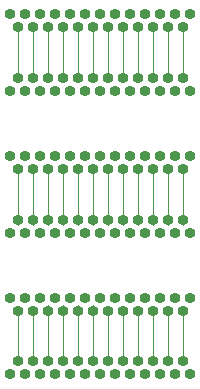
<source format=gbr>
%TF.GenerationSoftware,KiCad,Pcbnew,(5.1.9)-1*%
%TF.CreationDate,2021-07-07T13:02:54-06:00*%
%TF.ProjectId,Sub-D Micro-D 25 Pin Vacuum FeedThru,5375622d-4420-44d6-9963-726f2d442032,rev?*%
%TF.SameCoordinates,Original*%
%TF.FileFunction,Copper,L2,Bot*%
%TF.FilePolarity,Positive*%
%FSLAX46Y46*%
G04 Gerber Fmt 4.6, Leading zero omitted, Abs format (unit mm)*
G04 Created by KiCad (PCBNEW (5.1.9)-1) date 2021-07-07 13:02:54*
%MOMM*%
%LPD*%
G01*
G04 APERTURE LIST*
%TA.AperFunction,ComponentPad*%
%ADD10O,0.920000X0.920000*%
%TD*%
%TA.AperFunction,Conductor*%
%ADD11C,0.090000*%
%TD*%
G04 APERTURE END LIST*
D10*
%TO.P,J6,13*%
%TO.N,Net-(J5-Pad13)*%
X7620000Y-15000000D03*
%TO.P,J6,25*%
%TO.N,Net-(J5-Pad25)*%
X6985000Y-13900000D03*
%TO.P,J6,12*%
%TO.N,Net-(J5-Pad12)*%
X6350000Y-15000000D03*
%TO.P,J6,24*%
%TO.N,Net-(J5-Pad24)*%
X5715000Y-13900000D03*
%TO.P,J6,11*%
%TO.N,Net-(J5-Pad11)*%
X5080000Y-15000000D03*
%TO.P,J6,23*%
%TO.N,Net-(J5-Pad23)*%
X4445000Y-13900000D03*
%TO.P,J6,10*%
%TO.N,Net-(J5-Pad10)*%
X3810000Y-15000000D03*
%TO.P,J6,22*%
%TO.N,Net-(J5-Pad22)*%
X3175000Y-13900000D03*
%TO.P,J6,9*%
%TO.N,Net-(J5-Pad9)*%
X2540000Y-15000000D03*
%TO.P,J6,21*%
%TO.N,Net-(J5-Pad21)*%
X1905000Y-13900000D03*
%TO.P,J6,8*%
%TO.N,Net-(J5-Pad8)*%
X1270000Y-15000000D03*
%TO.P,J6,20*%
%TO.N,Net-(J5-Pad20)*%
X635000Y-13900000D03*
%TO.P,J6,7*%
%TO.N,Net-(J5-Pad7)*%
X0Y-15000000D03*
%TO.P,J6,19*%
%TO.N,Net-(J5-Pad19)*%
X-635000Y-13900000D03*
%TO.P,J6,6*%
%TO.N,Net-(J5-Pad6)*%
X-1270000Y-15000000D03*
%TO.P,J6,18*%
%TO.N,Net-(J5-Pad18)*%
X-1905000Y-13900000D03*
%TO.P,J6,5*%
%TO.N,Net-(J5-Pad5)*%
X-2540000Y-15000000D03*
%TO.P,J6,17*%
%TO.N,Net-(J5-Pad17)*%
X-3175000Y-13900000D03*
%TO.P,J6,4*%
%TO.N,Net-(J5-Pad4)*%
X-3810000Y-15000000D03*
%TO.P,J6,16*%
%TO.N,Net-(J5-Pad16)*%
X-4445000Y-13900000D03*
%TO.P,J6,3*%
%TO.N,Net-(J5-Pad3)*%
X-5080000Y-15000000D03*
%TO.P,J6,15*%
%TO.N,Net-(J5-Pad15)*%
X-5715000Y-13900000D03*
%TO.P,J6,2*%
%TO.N,Net-(J5-Pad2)*%
X-6350000Y-15000000D03*
%TO.P,J6,14*%
%TO.N,Net-(J5-Pad14)*%
X-6985000Y-13900000D03*
%TO.P,J6,1*%
%TO.N,Net-(J5-Pad1)*%
X-7620000Y-15000000D03*
%TD*%
%TO.P,J5,13*%
%TO.N,Net-(J5-Pad13)*%
X7620000Y-8500000D03*
%TO.P,J5,25*%
%TO.N,Net-(J5-Pad25)*%
X6985000Y-9600000D03*
%TO.P,J5,12*%
%TO.N,Net-(J5-Pad12)*%
X6350000Y-8500000D03*
%TO.P,J5,24*%
%TO.N,Net-(J5-Pad24)*%
X5715000Y-9600000D03*
%TO.P,J5,11*%
%TO.N,Net-(J5-Pad11)*%
X5080000Y-8500000D03*
%TO.P,J5,23*%
%TO.N,Net-(J5-Pad23)*%
X4445000Y-9600000D03*
%TO.P,J5,10*%
%TO.N,Net-(J5-Pad10)*%
X3810000Y-8500000D03*
%TO.P,J5,22*%
%TO.N,Net-(J5-Pad22)*%
X3175000Y-9600000D03*
%TO.P,J5,9*%
%TO.N,Net-(J5-Pad9)*%
X2540000Y-8500000D03*
%TO.P,J5,21*%
%TO.N,Net-(J5-Pad21)*%
X1905000Y-9600000D03*
%TO.P,J5,8*%
%TO.N,Net-(J5-Pad8)*%
X1270000Y-8500000D03*
%TO.P,J5,20*%
%TO.N,Net-(J5-Pad20)*%
X635000Y-9600000D03*
%TO.P,J5,7*%
%TO.N,Net-(J5-Pad7)*%
X0Y-8500000D03*
%TO.P,J5,19*%
%TO.N,Net-(J5-Pad19)*%
X-635000Y-9600000D03*
%TO.P,J5,6*%
%TO.N,Net-(J5-Pad6)*%
X-1270000Y-8500000D03*
%TO.P,J5,18*%
%TO.N,Net-(J5-Pad18)*%
X-1905000Y-9600000D03*
%TO.P,J5,5*%
%TO.N,Net-(J5-Pad5)*%
X-2540000Y-8500000D03*
%TO.P,J5,17*%
%TO.N,Net-(J5-Pad17)*%
X-3175000Y-9600000D03*
%TO.P,J5,4*%
%TO.N,Net-(J5-Pad4)*%
X-3810000Y-8500000D03*
%TO.P,J5,16*%
%TO.N,Net-(J5-Pad16)*%
X-4445000Y-9600000D03*
%TO.P,J5,3*%
%TO.N,Net-(J5-Pad3)*%
X-5080000Y-8500000D03*
%TO.P,J5,15*%
%TO.N,Net-(J5-Pad15)*%
X-5715000Y-9600000D03*
%TO.P,J5,2*%
%TO.N,Net-(J5-Pad2)*%
X-6350000Y-8500000D03*
%TO.P,J5,14*%
%TO.N,Net-(J5-Pad14)*%
X-6985000Y-9600000D03*
%TO.P,J5,1*%
%TO.N,Net-(J5-Pad1)*%
X-7620000Y-8500000D03*
%TD*%
%TO.P,J4,13*%
%TO.N,Net-(J3-Pad13)*%
X7620000Y-3000000D03*
%TO.P,J4,25*%
%TO.N,Net-(J3-Pad25)*%
X6985000Y-1900000D03*
%TO.P,J4,12*%
%TO.N,Net-(J3-Pad12)*%
X6350000Y-3000000D03*
%TO.P,J4,24*%
%TO.N,Net-(J3-Pad24)*%
X5715000Y-1900000D03*
%TO.P,J4,11*%
%TO.N,Net-(J3-Pad11)*%
X5080000Y-3000000D03*
%TO.P,J4,23*%
%TO.N,Net-(J3-Pad23)*%
X4445000Y-1900000D03*
%TO.P,J4,10*%
%TO.N,Net-(J3-Pad10)*%
X3810000Y-3000000D03*
%TO.P,J4,22*%
%TO.N,Net-(J3-Pad22)*%
X3175000Y-1900000D03*
%TO.P,J4,9*%
%TO.N,Net-(J3-Pad9)*%
X2540000Y-3000000D03*
%TO.P,J4,21*%
%TO.N,Net-(J3-Pad21)*%
X1905000Y-1900000D03*
%TO.P,J4,8*%
%TO.N,Net-(J3-Pad8)*%
X1270000Y-3000000D03*
%TO.P,J4,20*%
%TO.N,Net-(J3-Pad20)*%
X635000Y-1900000D03*
%TO.P,J4,7*%
%TO.N,Net-(J3-Pad7)*%
X0Y-3000000D03*
%TO.P,J4,19*%
%TO.N,Net-(J3-Pad19)*%
X-635000Y-1900000D03*
%TO.P,J4,6*%
%TO.N,Net-(J3-Pad6)*%
X-1270000Y-3000000D03*
%TO.P,J4,18*%
%TO.N,Net-(J3-Pad18)*%
X-1905000Y-1900000D03*
%TO.P,J4,5*%
%TO.N,Net-(J3-Pad5)*%
X-2540000Y-3000000D03*
%TO.P,J4,17*%
%TO.N,Net-(J3-Pad17)*%
X-3175000Y-1900000D03*
%TO.P,J4,4*%
%TO.N,Net-(J3-Pad4)*%
X-3810000Y-3000000D03*
%TO.P,J4,16*%
%TO.N,Net-(J3-Pad16)*%
X-4445000Y-1900000D03*
%TO.P,J4,3*%
%TO.N,Net-(J3-Pad3)*%
X-5080000Y-3000000D03*
%TO.P,J4,15*%
%TO.N,Net-(J3-Pad15)*%
X-5715000Y-1900000D03*
%TO.P,J4,2*%
%TO.N,Net-(J3-Pad2)*%
X-6350000Y-3000000D03*
%TO.P,J4,14*%
%TO.N,Net-(J3-Pad14)*%
X-6985000Y-1900000D03*
%TO.P,J4,1*%
%TO.N,Net-(J3-Pad1)*%
X-7620000Y-3000000D03*
%TD*%
%TO.P,J3,13*%
%TO.N,Net-(J3-Pad13)*%
X7620000Y3500000D03*
%TO.P,J3,25*%
%TO.N,Net-(J3-Pad25)*%
X6985000Y2400000D03*
%TO.P,J3,12*%
%TO.N,Net-(J3-Pad12)*%
X6350000Y3500000D03*
%TO.P,J3,24*%
%TO.N,Net-(J3-Pad24)*%
X5715000Y2400000D03*
%TO.P,J3,11*%
%TO.N,Net-(J3-Pad11)*%
X5080000Y3500000D03*
%TO.P,J3,23*%
%TO.N,Net-(J3-Pad23)*%
X4445000Y2400000D03*
%TO.P,J3,10*%
%TO.N,Net-(J3-Pad10)*%
X3810000Y3500000D03*
%TO.P,J3,22*%
%TO.N,Net-(J3-Pad22)*%
X3175000Y2400000D03*
%TO.P,J3,9*%
%TO.N,Net-(J3-Pad9)*%
X2540000Y3500000D03*
%TO.P,J3,21*%
%TO.N,Net-(J3-Pad21)*%
X1905000Y2400000D03*
%TO.P,J3,8*%
%TO.N,Net-(J3-Pad8)*%
X1270000Y3500000D03*
%TO.P,J3,20*%
%TO.N,Net-(J3-Pad20)*%
X635000Y2400000D03*
%TO.P,J3,7*%
%TO.N,Net-(J3-Pad7)*%
X0Y3500000D03*
%TO.P,J3,19*%
%TO.N,Net-(J3-Pad19)*%
X-635000Y2400000D03*
%TO.P,J3,6*%
%TO.N,Net-(J3-Pad6)*%
X-1270000Y3500000D03*
%TO.P,J3,18*%
%TO.N,Net-(J3-Pad18)*%
X-1905000Y2400000D03*
%TO.P,J3,5*%
%TO.N,Net-(J3-Pad5)*%
X-2540000Y3500000D03*
%TO.P,J3,17*%
%TO.N,Net-(J3-Pad17)*%
X-3175000Y2400000D03*
%TO.P,J3,4*%
%TO.N,Net-(J3-Pad4)*%
X-3810000Y3500000D03*
%TO.P,J3,16*%
%TO.N,Net-(J3-Pad16)*%
X-4445000Y2400000D03*
%TO.P,J3,3*%
%TO.N,Net-(J3-Pad3)*%
X-5080000Y3500000D03*
%TO.P,J3,15*%
%TO.N,Net-(J3-Pad15)*%
X-5715000Y2400000D03*
%TO.P,J3,2*%
%TO.N,Net-(J3-Pad2)*%
X-6350000Y3500000D03*
%TO.P,J3,14*%
%TO.N,Net-(J3-Pad14)*%
X-6985000Y2400000D03*
%TO.P,J3,1*%
%TO.N,Net-(J3-Pad1)*%
X-7620000Y3500000D03*
%TD*%
%TO.P,J2,13*%
%TO.N,Net-(J1-Pad13)*%
X7620000Y9000000D03*
%TO.P,J2,25*%
%TO.N,Net-(J1-Pad25)*%
X6985000Y10100000D03*
%TO.P,J2,12*%
%TO.N,Net-(J1-Pad12)*%
X6350000Y9000000D03*
%TO.P,J2,24*%
%TO.N,Net-(J1-Pad24)*%
X5715000Y10100000D03*
%TO.P,J2,11*%
%TO.N,Net-(J1-Pad11)*%
X5080000Y9000000D03*
%TO.P,J2,23*%
%TO.N,Net-(J1-Pad23)*%
X4445000Y10100000D03*
%TO.P,J2,10*%
%TO.N,Net-(J1-Pad10)*%
X3810000Y9000000D03*
%TO.P,J2,22*%
%TO.N,Net-(J1-Pad22)*%
X3175000Y10100000D03*
%TO.P,J2,9*%
%TO.N,Net-(J1-Pad9)*%
X2540000Y9000000D03*
%TO.P,J2,21*%
%TO.N,Net-(J1-Pad21)*%
X1905000Y10100000D03*
%TO.P,J2,8*%
%TO.N,Net-(J1-Pad8)*%
X1270000Y9000000D03*
%TO.P,J2,20*%
%TO.N,Net-(J1-Pad20)*%
X635000Y10100000D03*
%TO.P,J2,7*%
%TO.N,Net-(J1-Pad7)*%
X0Y9000000D03*
%TO.P,J2,19*%
%TO.N,Net-(J1-Pad19)*%
X-635000Y10100000D03*
%TO.P,J2,6*%
%TO.N,Net-(J1-Pad6)*%
X-1270000Y9000000D03*
%TO.P,J2,18*%
%TO.N,Net-(J1-Pad18)*%
X-1905000Y10100000D03*
%TO.P,J2,5*%
%TO.N,Net-(J1-Pad5)*%
X-2540000Y9000000D03*
%TO.P,J2,17*%
%TO.N,Net-(J1-Pad17)*%
X-3175000Y10100000D03*
%TO.P,J2,4*%
%TO.N,Net-(J1-Pad4)*%
X-3810000Y9000000D03*
%TO.P,J2,16*%
%TO.N,Net-(J1-Pad16)*%
X-4445000Y10100000D03*
%TO.P,J2,3*%
%TO.N,Net-(J1-Pad3)*%
X-5080000Y9000000D03*
%TO.P,J2,15*%
%TO.N,Net-(J1-Pad15)*%
X-5715000Y10100000D03*
%TO.P,J2,2*%
%TO.N,Net-(J1-Pad2)*%
X-6350000Y9000000D03*
%TO.P,J2,14*%
%TO.N,Net-(J1-Pad14)*%
X-6985000Y10100000D03*
%TO.P,J2,1*%
%TO.N,Net-(J1-Pad1)*%
X-7620000Y9000000D03*
%TD*%
%TO.P,J1,13*%
%TO.N,Net-(J1-Pad13)*%
X7620000Y15500000D03*
%TO.P,J1,25*%
%TO.N,Net-(J1-Pad25)*%
X6985000Y14400000D03*
%TO.P,J1,12*%
%TO.N,Net-(J1-Pad12)*%
X6350000Y15500000D03*
%TO.P,J1,24*%
%TO.N,Net-(J1-Pad24)*%
X5715000Y14400000D03*
%TO.P,J1,11*%
%TO.N,Net-(J1-Pad11)*%
X5080000Y15500000D03*
%TO.P,J1,23*%
%TO.N,Net-(J1-Pad23)*%
X4445000Y14400000D03*
%TO.P,J1,10*%
%TO.N,Net-(J1-Pad10)*%
X3810000Y15500000D03*
%TO.P,J1,22*%
%TO.N,Net-(J1-Pad22)*%
X3175000Y14400000D03*
%TO.P,J1,9*%
%TO.N,Net-(J1-Pad9)*%
X2540000Y15500000D03*
%TO.P,J1,21*%
%TO.N,Net-(J1-Pad21)*%
X1905000Y14400000D03*
%TO.P,J1,8*%
%TO.N,Net-(J1-Pad8)*%
X1270000Y15500000D03*
%TO.P,J1,20*%
%TO.N,Net-(J1-Pad20)*%
X635000Y14400000D03*
%TO.P,J1,7*%
%TO.N,Net-(J1-Pad7)*%
X0Y15500000D03*
%TO.P,J1,19*%
%TO.N,Net-(J1-Pad19)*%
X-635000Y14400000D03*
%TO.P,J1,6*%
%TO.N,Net-(J1-Pad6)*%
X-1270000Y15500000D03*
%TO.P,J1,18*%
%TO.N,Net-(J1-Pad18)*%
X-1905000Y14400000D03*
%TO.P,J1,5*%
%TO.N,Net-(J1-Pad5)*%
X-2540000Y15500000D03*
%TO.P,J1,17*%
%TO.N,Net-(J1-Pad17)*%
X-3175000Y14400000D03*
%TO.P,J1,4*%
%TO.N,Net-(J1-Pad4)*%
X-3810000Y15500000D03*
%TO.P,J1,16*%
%TO.N,Net-(J1-Pad16)*%
X-4445000Y14400000D03*
%TO.P,J1,3*%
%TO.N,Net-(J1-Pad3)*%
X-5080000Y15500000D03*
%TO.P,J1,15*%
%TO.N,Net-(J1-Pad15)*%
X-5715000Y14400000D03*
%TO.P,J1,2*%
%TO.N,Net-(J1-Pad2)*%
X-6350000Y15500000D03*
%TO.P,J1,14*%
%TO.N,Net-(J1-Pad14)*%
X-6985000Y14400000D03*
%TO.P,J1,1*%
%TO.N,Net-(J1-Pad1)*%
X-7620000Y15500000D03*
%TD*%
D11*
%TO.N,Net-(J1-Pad25)*%
X6990000Y14400000D02*
X6990000Y13120000D01*
X6990000Y13620000D02*
X6990000Y10100000D01*
X6990000Y14000000D02*
X6990000Y13620000D01*
%TO.N,Net-(J1-Pad24)*%
X5720000Y14400000D02*
X5720000Y12750000D01*
X5720000Y13250000D02*
X5720000Y10100000D01*
X5720000Y14000000D02*
X5720000Y13250000D01*
%TO.N,Net-(J1-Pad23)*%
X4450000Y14400000D02*
X4450000Y12770000D01*
X4450000Y13270000D02*
X4450000Y10100000D01*
X4450000Y14000000D02*
X4450000Y13270000D01*
%TO.N,Net-(J1-Pad22)*%
X3180000Y14400000D02*
X3180000Y12730000D01*
X3180000Y13230000D02*
X3180000Y10100000D01*
X3180000Y14000000D02*
X3180000Y13230000D01*
%TO.N,Net-(J1-Pad21)*%
X1910000Y14400000D02*
X1910000Y12750000D01*
X1910000Y13250000D02*
X1910000Y10100000D01*
X1910000Y14000000D02*
X1910000Y13250000D01*
%TO.N,Net-(J1-Pad20)*%
X640000Y14400000D02*
X640000Y12740000D01*
X640000Y13240000D02*
X640000Y10100000D01*
X640000Y14000000D02*
X640000Y13240000D01*
%TO.N,Net-(J1-Pad19)*%
X-630000Y14400000D02*
X-630000Y12800000D01*
X-630000Y13300000D02*
X-630000Y10100000D01*
X-630000Y14000000D02*
X-630000Y13300000D01*
%TO.N,Net-(J1-Pad18)*%
X-1900000Y14400000D02*
X-1900000Y12840000D01*
X-1900000Y13340000D02*
X-1900000Y10100000D01*
X-1900000Y14000000D02*
X-1900000Y13340000D01*
%TO.N,Net-(J1-Pad17)*%
X-3170000Y14400000D02*
X-3170000Y12800000D01*
X-3170000Y13300000D02*
X-3170000Y10100000D01*
X-3170000Y14000000D02*
X-3170000Y13300000D01*
%TO.N,Net-(J1-Pad16)*%
X-4440000Y14400000D02*
X-4440000Y12680000D01*
X-4440000Y13180000D02*
X-4440000Y10100000D01*
X-4440000Y14000000D02*
X-4440000Y13180000D01*
%TO.N,Net-(J1-Pad15)*%
X-5710000Y14400000D02*
X-5710000Y12350000D01*
X-5710000Y12850000D02*
X-5710000Y10100000D01*
X-5710000Y14000000D02*
X-5710000Y12850000D01*
%TO.N,Net-(J1-Pad14)*%
X-6980000Y14400000D02*
X-6980000Y12190000D01*
X-6980000Y12690000D02*
X-6980000Y10100000D01*
X-6980000Y14000000D02*
X-6980000Y12690000D01*
%TO.N,Net-(J3-Pad25)*%
X6990000Y2400000D02*
X6990000Y-2400000D01*
%TO.N,Net-(J3-Pad24)*%
X5720000Y2400000D02*
X5720000Y-2400000D01*
%TO.N,Net-(J3-Pad23)*%
X4450000Y2400000D02*
X4450000Y-2400000D01*
%TO.N,Net-(J3-Pad22)*%
X3180000Y2400000D02*
X3180000Y-2400000D01*
%TO.N,Net-(J3-Pad21)*%
X1910000Y2400000D02*
X1910000Y-2400000D01*
%TO.N,Net-(J3-Pad20)*%
X640000Y2400000D02*
X640000Y-2400000D01*
%TO.N,Net-(J3-Pad19)*%
X-630000Y2400000D02*
X-630000Y-2400000D01*
%TO.N,Net-(J3-Pad18)*%
X-1900000Y2400000D02*
X-1900000Y-2400000D01*
%TO.N,Net-(J3-Pad17)*%
X-3170000Y2400000D02*
X-3170000Y-2400000D01*
%TO.N,Net-(J3-Pad16)*%
X-4440000Y2400000D02*
X-4440000Y-2400000D01*
%TO.N,Net-(J3-Pad15)*%
X-5710000Y2400000D02*
X-5710000Y-2400000D01*
%TO.N,Net-(J3-Pad14)*%
X-6980000Y2400000D02*
X-6980000Y-2400000D01*
%TO.N,Net-(J5-Pad25)*%
X6990000Y-9200000D02*
X6990000Y-14000000D01*
%TO.N,Net-(J5-Pad24)*%
X5720000Y-14000000D02*
X5720000Y-9200000D01*
%TO.N,Net-(J5-Pad23)*%
X4450000Y-9200000D02*
X4450000Y-14000000D01*
%TO.N,Net-(J5-Pad22)*%
X3180000Y-14000000D02*
X3180000Y-9200000D01*
%TO.N,Net-(J5-Pad21)*%
X1910000Y-9200000D02*
X1910000Y-14000000D01*
%TO.N,Net-(J5-Pad20)*%
X640000Y-9200000D02*
X640000Y-14000000D01*
%TO.N,Net-(J5-Pad19)*%
X-630000Y-9100000D02*
X-630000Y-13900000D01*
%TO.N,Net-(J5-Pad18)*%
X-1900000Y-9100000D02*
X-1900000Y-13900000D01*
%TO.N,Net-(J5-Pad17)*%
X-3170000Y-9100000D02*
X-3170000Y-13900000D01*
%TO.N,Net-(J5-Pad16)*%
X-4440000Y-9100000D02*
X-4440000Y-13900000D01*
%TO.N,Net-(J5-Pad15)*%
X-5710000Y-9200000D02*
X-5710000Y-14000000D01*
%TO.N,Net-(J5-Pad14)*%
X-6980000Y-9200000D02*
X-6980000Y-14000000D01*
%TD*%
M02*

</source>
